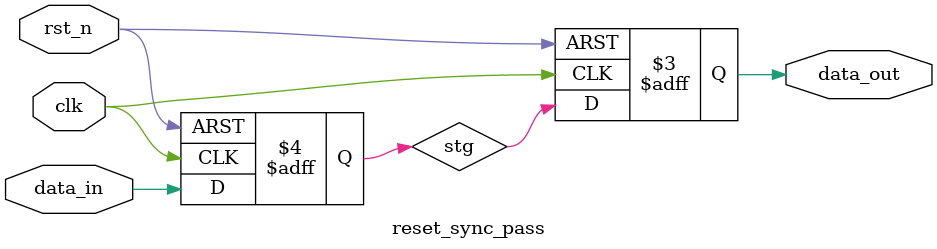
<source format=sv>
module reset_sync_pass(
  input  wire clk,
  input  wire rst_n,
  input  wire data_in,
  output reg  data_out
);
  reg stg;
  always @(posedge clk or negedge rst_n) begin
    if(!rst_n) begin
      stg      <= 1'b0;
      data_out <= 1'b0;
    end else begin
      stg      <= data_in;
      data_out <= stg;
    end
  end
endmodule


</source>
